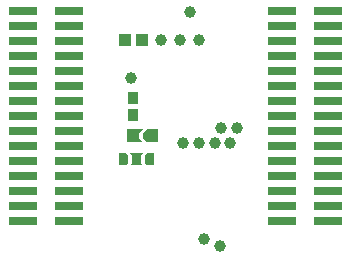
<source format=gbp>
G04*
G04 #@! TF.GenerationSoftware,Altium Limited,Altium Designer,21.0.8 (223)*
G04*
G04 Layer_Color=128*
%FSLAX25Y25*%
%MOIN*%
G70*
G04*
G04 #@! TF.SameCoordinates,33316FA8-22EC-4851-BF61-47935A3E7C20*
G04*
G04*
G04 #@! TF.FilePolarity,Positive*
G04*
G01*
G75*
%ADD22R,0.04134X0.03937*%
%ADD25R,0.03740X0.03937*%
%ADD26C,0.03937*%
%ADD89R,0.09449X0.02992*%
%ADD90R,0.01000X0.01000*%
G36*
X61006Y89836D02*
X57406D01*
X56205Y91036D01*
Y92836D01*
X57406Y94036D01*
X61006D01*
Y89836D01*
D02*
G37*
G36*
X54818Y92836D02*
Y91036D01*
X56018Y89836D01*
X50787Y89836D01*
Y94036D01*
X56018Y94036D01*
X54818Y92836D01*
D02*
G37*
G36*
X59881Y81955D02*
X57481D01*
X56881Y82555D01*
Y85555D01*
X57481Y86155D01*
X59881D01*
Y81955D01*
D02*
G37*
G36*
X55494Y85555D02*
Y82555D01*
X56094Y81955D01*
X51894D01*
X52494Y82555D01*
Y85555D01*
X51894Y86155D01*
X56094D01*
X55494Y85555D01*
D02*
G37*
G36*
X51106D02*
Y82555D01*
X50506Y81955D01*
X48106D01*
Y86155D01*
X50506D01*
X51106Y85555D01*
D02*
G37*
D22*
X55849Y123622D02*
D03*
X49944D02*
D03*
D25*
X52661Y104440D02*
D03*
Y98731D02*
D03*
D26*
X76378Y57480D02*
D03*
X85003Y89570D02*
D03*
X87402Y94499D02*
D03*
X82174D02*
D03*
X80074Y89570D02*
D03*
X69574D02*
D03*
X62205Y123622D02*
D03*
X74803D02*
D03*
X51968Y111024D02*
D03*
X74774Y89570D02*
D03*
X68504Y123622D02*
D03*
X71653Y133071D02*
D03*
X81890Y55118D02*
D03*
D89*
X117913Y133425D02*
D03*
X102559D02*
D03*
X117913Y128425D02*
D03*
X102559D02*
D03*
X117913Y123425D02*
D03*
X102559D02*
D03*
X117913Y118425D02*
D03*
X102559D02*
D03*
X117913Y113425D02*
D03*
X102559D02*
D03*
X117913Y108425D02*
D03*
X102559D02*
D03*
X117913Y103425D02*
D03*
X102559D02*
D03*
X117913Y98425D02*
D03*
X102559D02*
D03*
X117913Y93425D02*
D03*
X102559D02*
D03*
X117913Y88425D02*
D03*
X102559D02*
D03*
X117913Y83425D02*
D03*
X102559D02*
D03*
X117913Y78425D02*
D03*
X102559D02*
D03*
X117913Y73425D02*
D03*
X102559D02*
D03*
X117913Y68425D02*
D03*
X102559D02*
D03*
X117913Y63425D02*
D03*
X102559D02*
D03*
X31299Y133425D02*
D03*
X15945D02*
D03*
X31299Y128425D02*
D03*
X15945D02*
D03*
X31299Y123425D02*
D03*
X15945D02*
D03*
X31299Y118425D02*
D03*
X15945D02*
D03*
X31299Y113425D02*
D03*
X15945D02*
D03*
X31299Y108425D02*
D03*
X15945D02*
D03*
X31299Y103425D02*
D03*
X15945D02*
D03*
X31299Y98425D02*
D03*
X15945D02*
D03*
X31299Y93425D02*
D03*
X15945D02*
D03*
X31299Y88425D02*
D03*
X15945D02*
D03*
X31299Y83425D02*
D03*
X15945D02*
D03*
X31299Y78425D02*
D03*
X15945D02*
D03*
X31299Y73425D02*
D03*
X15945D02*
D03*
X31299Y68425D02*
D03*
X15945D02*
D03*
X31299Y63425D02*
D03*
X15945D02*
D03*
D90*
X58906Y91936D02*
D03*
X52418D02*
D03*
X58381Y84055D02*
D03*
X49606D02*
D03*
X53994D02*
D03*
M02*

</source>
